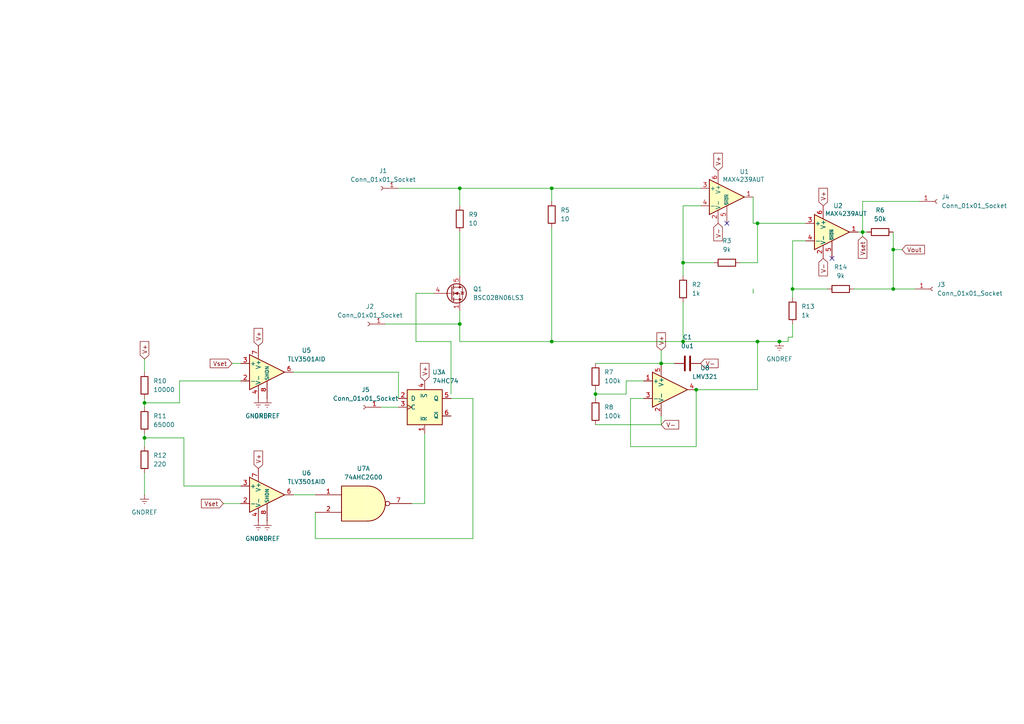
<source format=kicad_sch>
(kicad_sch (version 20231120) (generator "eeschema") (generator_version "8.0")
  (paper "A4")
  (lib_symbols
    (symbol "74xGxx:74AHC2G00"
      (property "Reference" "U" (at -2.54 3.81 0))
      (property "Value" "74AHC2G00" (at 0 -3.81 0))
      (symbol "74AHC2G00_1_1"
        (arc (start 0 -5.08) (mid 5.0579 0) (end 0 5.08) (stroke (width 0.254)) (fill (type background)))
        (polyline (pts (xy 0 -5.08) (xy -7.62 -5.08) (xy -7.62 5.08) (xy 0 5.08)) (stroke (width 0.254)) (fill (type background)))
        (pin input line (at -15.24 2.54 0) (length 7.62) (name "~") (number "1"))
        (pin input line (at -15.24 -2.54 0) (length 7.62) (name "~") (number "2"))
        (pin output inverted (at 12.7 0 180) (length 7.62) (name "~") (number "7"))
      )
      (symbol "74AHC2G00_2_1"
        (arc (start 0 -5.08) (mid 5.0579 0) (end 0 5.08) (stroke (width 0.254)) (fill (type background)))
        (polyline (pts (xy 0 -5.08) (xy -7.62 -5.08) (xy -7.62 5.08) (xy 0 5.08)) (stroke (width 0.254)) (fill (type background)))
        (pin output inverted (at 12.7 0 180) (length 7.62) (name "~") (number "3"))
        (pin input line (at -15.24 2.54 0) (length 7.62) (name "~") (number "5"))
        (pin input line (at -15.24 -2.54 0) (length 7.62) (name "~") (number "6"))
      )
      (symbol "74AHC2G00_3_0"
        (rectangle (start -5.08 -5.08) (end 5.08 5.08) (stroke (width 0.254)) (fill (type background)))
      )
      (symbol "74AHC2G00_3_1"
        (pin power_in line (at 0 -10.16 90) (length 5.08) (name "GND") (number "4"))
        (pin power_in line (at 0 10.16 270) (length 5.08) (name "VCC") (number "8"))
      )
    )
    (symbol "74xx:74HC74" (pin_names (offset 1.016))
      (property "Reference" "U" (at -7.62 8.89 0))
      (property "Value" "74HC74" (at -7.62 -8.89 0))
      (symbol "74HC74_1_0"
        (pin input line (at 0 -7.62 90) (length 2.54) (name "~{R}") (number "1"))
        (pin input line (at -7.62 2.54 0) (length 2.54) (name "D") (number "2"))
        (pin input clock (at -7.62 0 0) (length 2.54) (name "C") (number "3"))
        (pin input line (at 0 7.62 270) (length 2.54) (name "~{S}") (number "4"))
        (pin output line (at 7.62 2.54 180) (length 2.54) (name "Q") (number "5"))
        (pin output line (at 7.62 -2.54 180) (length 2.54) (name "~{Q}") (number "6"))
      )
      (symbol "74HC74_1_1"
        (rectangle (start -5.08 5.08) (end 5.08 -5.08) (stroke (width 0.254)) (fill (type background)))
      )
      (symbol "74HC74_2_0"
        (pin input line (at 0 7.62 270) (length 2.54) (name "~{S}") (number "10"))
        (pin input clock (at -7.62 0 0) (length 2.54) (name "C") (number "11"))
        (pin input line (at -7.62 2.54 0) (length 2.54) (name "D") (number "12"))
        (pin input line (at 0 -7.62 90) (length 2.54) (name "~{R}") (number "13"))
        (pin output line (at 7.62 -2.54 180) (length 2.54) (name "~{Q}") (number "8"))
        (pin output line (at 7.62 2.54 180) (length 2.54) (name "Q") (number "9"))
      )
      (symbol "74HC74_2_1"
        (rectangle (start -5.08 5.08) (end 5.08 -5.08) (stroke (width 0.254)) (fill (type background)))
      )
      (symbol "74HC74_3_0"
        (pin power_in line (at 0 10.16 270) (length 2.54) (name "VCC") (number "14"))
        (pin power_in line (at 0 -10.16 90) (length 2.54) (name "GND") (number "7"))
      )
      (symbol "74HC74_3_1"
        (rectangle (start -5.08 7.62) (end 5.08 -7.62) (stroke (width 0.254)) (fill (type background)))
      )
    )
    (symbol "Amplifier_Operational:LMV321" (pin_names (offset 0.127))
      (property "Reference" "U" (at 0 5.08 0))
      (property "Value" "LMV321" (at 0 -5.08 0))
      (symbol "LMV321_0_1"
        (polyline (pts (xy -5.08 5.08) (xy 5.08 0) (xy -5.08 -5.08) (xy -5.08 5.08)) (stroke (width 0.254)) (fill (type background)))
        (pin power_in line (at -2.54 -7.62 90) (length 3.81) (name "V-") (number "2"))
        (pin power_in line (at -2.54 7.62 270) (length 3.81) (name "V+") (number "5"))
      )
      (symbol "LMV321_1_1"
        (pin input line (at -7.62 2.54 0) (length 2.54) (name "+") (number "1"))
        (pin input line (at -7.62 -2.54 0) (length 2.54) (name "-") (number "3"))
        (pin output line (at 7.62 0 180) (length 2.54) (name "~") (number "4"))
      )
    )
    (symbol "Amplifier_Operational:MAX4239AUT" (pin_names (offset 0.127))
      (property "Reference" "U" (at 0 6.35 0))
      (property "Value" "MAX4239AUT" (at 0 3.81 0))
      (symbol "MAX4239AUT_0_1"
        (polyline (pts (xy -5.08 5.08) (xy 5.08 0) (xy -5.08 -5.08) (xy -5.08 5.08)) (stroke (width 0.254)) (fill (type background)))
      )
      (symbol "MAX4239AUT_1_1"
        (pin output line (at 7.62 0 180) (length 2.54) (name "~") (number "1"))
        (pin power_in line (at -2.54 -7.62 90) (length 3.81) (name "V-") (number "2"))
        (pin input line (at -7.62 2.54 0) (length 2.54) (name "+") (number "3"))
        (pin input line (at -7.62 -2.54 0) (length 2.54) (name "-") (number "4"))
        (pin input line (at 0 -7.62 90) (length 5.08) (name "~{SHDN}") (number "5"))
        (pin power_in line (at -2.54 7.62 270) (length 3.81) (name "V+") (number "6"))
      )
    )
    (symbol "Comparator:TLV3501AID" (pin_names (offset 0.127))
      (property "Reference" "U" (at 3.81 -5.08 0))
      (property "Value" "TLV3501AID" (at 3.81 -7.62 0))
      (symbol "TLV3501AID_1_1"
        (polyline (pts (xy -5.08 5.08) (xy 5.08 0) (xy -5.08 -5.08) (xy -5.08 5.08)) (stroke (width 0.254)) (fill (type background)))
        (pin no_connect line (at -5.08 5.08 180) (length 0) hide (name "NC") (number "1"))
        (pin input line (at -7.62 -2.54 0) (length 2.54) (name "-") (number "2"))
        (pin input line (at -7.62 2.54 0) (length 2.54) (name "+") (number "3"))
        (pin power_in line (at -2.54 -7.62 90) (length 3.81) (name "V-") (number "4"))
        (pin no_connect line (at -5.08 -5.08 180) (length 0) hide (name "NC") (number "5"))
        (pin output line (at 7.62 0 180) (length 2.54) (name "~") (number "6"))
        (pin power_in line (at -2.54 7.62 270) (length 3.81) (name "V+") (number "7"))
        (pin input line (at 0 -7.62 90) (length 5.08) (name "SHDN") (number "8"))
      )
    )
    (symbol "Connector:Conn_01x01_Socket" (pin_names (offset 1.016) hide)
      (property "Reference" "J" (at 0 2.54 0))
      (property "Value" "Conn_01x01_Socket" (at 0 -2.54 0))
      (symbol "Conn_01x01_Socket_1_1"
        (polyline (pts (xy -1.27 0) (xy -0.508 0)) (stroke (width 0.1524)))
        (arc (start 0 0.508) (mid -0.5058 0) (end 0 -0.508) (stroke (width 0.1524)))
        (pin passive line (at -5.08 0 0) (length 3.81) (name "Pin_1") (number "1"))
      )
    )
    (symbol "Device:C" (pin_numbers hide) (pin_names (offset 0.254))
      (property "Reference" "C" (at 0.635 2.54 0))
      (property "Value" "C" (at 0.635 -2.54 0))
      (symbol "C_0_1"
        (polyline (pts (xy -2.032 -0.762) (xy 2.032 -0.762)) (stroke (width 0.508)))
        (polyline (pts (xy -2.032 0.762) (xy 2.032 0.762)) (stroke (width 0.508)))
      )
      (symbol "C_1_1"
        (pin passive line (at 0 3.81 270) (length 2.794) (name "~") (number "1"))
        (pin passive line (at 0 -3.81 90) (length 2.794) (name "~") (number "2"))
      )
    )
    (symbol "Device:R" (pin_numbers hide) (pin_names (offset 0))
      (property "Reference" "R" (at 2.032 0 90))
      (property "Value" "R" (at 0 0 90))
      (symbol "R_0_1"
        (rectangle (start -1.016 -2.54) (end 1.016 2.54) (stroke (width 0.254)))
      )
      (symbol "R_1_1"
        (pin passive line (at 0 3.81 270) (length 1.27) (name "~") (number "1"))
        (pin passive line (at 0 -3.81 90) (length 1.27) (name "~") (number "2"))
      )
    )
    (symbol "Transistor_FET:BSC028N06LS3" (pin_names hide)
      (property "Reference" "Q" (at 5.08 1.905 0))
      (property "Value" "BSC028N06LS3" (at 5.08 0 0))
      (symbol "BSC028N06LS3_0_1"
        (polyline (pts (xy 0.254 0) (xy -2.54 0)))
        (polyline (pts (xy 0.254 1.905) (xy 0.254 -1.905)) (stroke (width 0.254)))
        (polyline (pts (xy 0.762 -1.27) (xy 0.762 -2.286)) (stroke (width 0.254)))
        (polyline (pts (xy 0.762 0.508) (xy 0.762 -0.508)) (stroke (width 0.254)))
        (polyline (pts (xy 0.762 2.286) (xy 0.762 1.27)) (stroke (width 0.254)))
        (polyline (pts (xy 2.54 2.54) (xy 2.54 1.778)))
        (polyline (pts (xy 2.54 -2.54) (xy 2.54 0) (xy 0.762 0)))
        (polyline (pts (xy 0.762 -1.778) (xy 3.302 -1.778) (xy 3.302 1.778) (xy 0.762 1.778)))
        (polyline (pts (xy 1.016 0) (xy 2.032 0.381) (xy 2.032 -0.381) (xy 1.016 0)) (fill (type outline)))
        (polyline (pts (xy 2.794 0.508) (xy 2.921 0.381) (xy 3.683 0.381) (xy 3.81 0.254)))
        (polyline (pts (xy 3.302 0.381) (xy 2.921 -0.254) (xy 3.683 -0.254) (xy 3.302 0.381)))
        (circle (center 1.651 0) (radius 2.794) (stroke (width 0.254)))
        (circle (center 2.54 -1.778) (radius 0.254) (fill (type outline)))
        (circle (center 2.54 1.778) (radius 0.254) (fill (type outline)))
      )
      (symbol "BSC028N06LS3_1_1"
        (pin passive line (at 2.54 -5.08 90) (length 2.54) (name "S") (number "1"))
        (pin passive line (at 2.54 -5.08 90) (length 2.54) hide (name "S") (number "2"))
        (pin passive line (at 2.54 -5.08 90) (length 2.54) hide (name "S") (number "3"))
        (pin passive line (at -5.08 0 0) (length 2.54) (name "G") (number "4"))
        (pin passive line (at 2.54 5.08 270) (length 2.54) (name "D") (number "5"))
      )
    )
    (symbol "power:GNDREF" (power) (pin_numbers hide) (pin_names (offset 0) hide)
      (property "Value" "GNDREF" (at 0 -3.81 0))
      (symbol "GNDREF_0_1"
        (polyline (pts (xy -0.635 -1.905) (xy 0.635 -1.905)))
        (polyline (pts (xy -0.127 -2.54) (xy 0.127 -2.54)))
        (polyline (pts (xy 0 -1.27) (xy 0 0)))
        (polyline (pts (xy 1.27 -1.27) (xy -1.27 -1.27)))
      )
      (symbol "GNDREF_1_1"
        (pin power_in line (at 0 0 270) (length 0) (name "~") (number "1"))
      )
    )
  )
  (junction (at 219.71 99.06))
  (junction (at 229.87 83.82))
  (junction (at 226.06 99.06))
  (junction (at 198.12 99.06))
  (junction (at 133.35 93.98))
  (junction (at 219.71 64.77))
  (junction (at 259.08 83.82))
  (junction (at 250.19 67.31))
  (junction (at 172.72 114.3))
  (junction (at 160.02 99.06))
  (junction (at 133.35 54.61))
  (junction (at 41.91 116.84))
  (junction (at 198.12 76.2))
  (junction (at 41.91 127))
  (junction (at 191.77 105.41))
  (junction (at 259.08 72.39))
  (junction (at 201.93 113.03))
  (junction (at 160.02 54.61))
  (no_connect (at 210.82 64.77))
  (no_connect (at 241.3 74.93))
  (wire (pts (xy 191.77 101.6) (xy 191.77 105.41)))
  (wire (pts (xy 250.19 67.31) (xy 250.19 58.42)))
  (wire (pts (xy 160.02 54.61) (xy 160.02 58.42)))
  (wire (pts (xy 133.35 59.69) (xy 133.35 54.61)))
  (wire (pts (xy 191.77 105.41) (xy 195.58 105.41)))
  (wire (pts (xy 53.34 140.97) (xy 69.85 140.97)))
  (wire (pts (xy 133.35 99.06) (xy 160.02 99.06)))
  (wire (pts (xy 133.35 54.61) (xy 160.02 54.61)))
  (wire (pts (xy 41.91 127) (xy 53.34 127)))
  (wire (pts (xy 233.68 69.85) (xy 229.87 69.85)))
  (wire (pts (xy 172.72 113.03) (xy 172.72 114.3)))
  (wire (pts (xy 214.63 76.2) (xy 219.71 76.2)))
  (wire (pts (xy 52.07 110.49) (xy 52.07 116.84)))
  (wire (pts (xy 182.88 129.54) (xy 201.93 129.54)))
  (wire (pts (xy 219.71 64.77) (xy 219.71 76.2)))
  (wire (pts (xy 228.6 99.06) (xy 226.06 99.06)))
  (wire (pts (xy 91.44 148.59) (xy 91.44 156.21)))
  (wire (pts (xy 123.19 146.05) (xy 119.38 146.05)))
  (wire (pts (xy 91.44 156.21) (xy 137.16 156.21)))
  (wire (pts (xy 247.65 83.82) (xy 259.08 83.82)))
  (wire (pts (xy 198.12 59.69) (xy 198.12 76.2)))
  (wire (pts (xy 137.16 156.21) (xy 137.16 115.57)))
  (wire (pts (xy 160.02 99.06) (xy 198.12 99.06)))
  (wire (pts (xy 52.07 116.84) (xy 41.91 116.84)))
  (wire (pts (xy 191.77 120.65) (xy 191.77 123.19)))
  (wire (pts (xy 115.57 107.95) (xy 115.57 115.57)))
  (wire (pts (xy 111.76 93.98) (xy 133.35 93.98)))
  (wire (pts (xy 120.65 85.09) (xy 125.73 85.09)))
  (wire (pts (xy 41.91 127) (xy 41.91 129.54)))
  (wire (pts (xy 181.61 110.49) (xy 181.61 114.3)))
  (wire (pts (xy 250.19 67.31) (xy 251.46 67.31)))
  (wire (pts (xy 229.87 83.82) (xy 240.03 83.82)))
  (wire (pts (xy 130.81 99.06) (xy 120.65 99.06)))
  (wire (pts (xy 226.06 99.06) (xy 219.71 99.06)))
  (wire (pts (xy 203.2 59.69) (xy 198.12 59.69)))
  (wire (pts (xy 203.2 54.61) (xy 160.02 54.61)))
  (wire (pts (xy 229.87 97.79) (xy 229.87 93.98)))
  (wire (pts (xy 218.44 64.77) (xy 219.71 64.77)))
  (wire (pts (xy 198.12 76.2) (xy 198.12 80.01)))
  (wire (pts (xy 172.72 105.41) (xy 191.77 105.41)))
  (wire (pts (xy 130.81 115.57) (xy 137.16 115.57)))
  (wire (pts (xy 250.19 58.42) (xy 266.7 58.42)))
  (wire (pts (xy 172.72 114.3) (xy 172.72 115.57)))
  (wire (pts (xy 53.34 127) (xy 53.34 140.97)))
  (wire (pts (xy 181.61 114.3) (xy 172.72 114.3)))
  (wire (pts (xy 186.69 110.49) (xy 181.61 110.49)))
  (wire (pts (xy 228.6 97.79) (xy 229.87 97.79)))
  (wire (pts (xy 130.81 114.3) (xy 130.81 99.06)))
  (wire (pts (xy 259.08 72.39) (xy 259.08 83.82)))
  (wire (pts (xy 191.77 123.19) (xy 172.72 123.19)))
  (wire (pts (xy 160.02 66.04) (xy 160.02 99.06)))
  (wire (pts (xy 133.35 67.31) (xy 133.35 80.01)))
  (wire (pts (xy 69.85 110.49) (xy 52.07 110.49)))
  (wire (pts (xy 182.88 115.57) (xy 182.88 129.54)))
  (wire (pts (xy 248.92 67.31) (xy 250.19 67.31)))
  (wire (pts (xy 198.12 99.06) (xy 219.71 99.06)))
  (wire (pts (xy 229.87 69.85) (xy 229.87 83.82)))
  (wire (pts (xy 67.31 105.41) (xy 69.85 105.41)))
  (wire (pts (xy 41.91 104.14) (xy 41.91 107.95)))
  (wire (pts (xy 219.71 64.77) (xy 233.68 64.77)))
  (wire (pts (xy 85.09 107.95) (xy 115.57 107.95)))
  (wire (pts (xy 261.62 72.39) (xy 259.08 72.39)))
  (wire (pts (xy 229.87 83.82) (xy 229.87 86.36)))
  (wire (pts (xy 228.6 97.79) (xy 228.6 99.06)))
  (wire (pts (xy 198.12 76.2) (xy 207.01 76.2)))
  (wire (pts (xy 201.93 113.03) (xy 219.71 113.03)))
  (wire (pts (xy 259.08 83.82) (xy 265.43 83.82)))
  (wire (pts (xy 41.91 116.84) (xy 41.91 118.11)))
  (wire (pts (xy 259.08 67.31) (xy 259.08 72.39)))
  (wire (pts (xy 219.71 113.03) (xy 219.71 99.06)))
  (wire (pts (xy 250.19 68.58) (xy 250.19 67.31)))
  (wire (pts (xy 41.91 137.16) (xy 41.91 143.51)))
  (wire (pts (xy 120.65 99.06) (xy 120.65 85.09)))
  (wire (pts (xy 85.09 143.51) (xy 91.44 143.51)))
  (wire (pts (xy 41.91 125.73) (xy 41.91 127)))
  (wire (pts (xy 64.77 146.05) (xy 69.85 146.05)))
  (wire (pts (xy 218.44 83.82) (xy 218.44 85.09)))
  (wire (pts (xy 41.91 115.57) (xy 41.91 116.84)))
  (wire (pts (xy 218.44 57.15) (xy 218.44 64.77)))
  (wire (pts (xy 133.35 90.17) (xy 133.35 93.98)))
  (wire (pts (xy 133.35 93.98) (xy 133.35 99.06)))
  (wire (pts (xy 110.49 118.11) (xy 115.57 118.11)))
  (wire (pts (xy 186.69 115.57) (xy 182.88 115.57)))
  (wire (pts (xy 201.93 129.54) (xy 201.93 113.03)))
  (wire (pts (xy 115.57 54.61) (xy 133.35 54.61)))
  (wire (pts (xy 198.12 87.63) (xy 198.12 99.06)))
  (wire (pts (xy 123.19 125.73) (xy 123.19 146.05)))
  (global_label "V+" (shape input) (at 74.93 135.89 90) (property "Intersheetrefs" "${INTERSHEET_REFS}" (effects (hide yes))))
  (global_label "V+" (shape input) (at 74.93 100.33 90) (property "Intersheetrefs" "${INTERSHEET_REFS}" (effects (hide yes))))
  (global_label "V-" (shape input) (at 208.28 64.77 270) (property "Intersheetrefs" "${INTERSHEET_REFS}" (effects (hide yes))))
  (global_label "Vout" (shape input) (at 261.62 72.39 0) (property "Intersheetrefs" "${INTERSHEET_REFS}" (effects (hide yes))))
  (global_label "V+" (shape input) (at 191.77 101.6 90) (property "Intersheetrefs" "${INTERSHEET_REFS}" (effects (hide yes))))
  (global_label "Vset" (shape input) (at 64.77 146.05 180) (property "Intersheetrefs" "${INTERSHEET_REFS}" (effects (hide yes))))
  (global_label "V-" (shape input) (at 238.76 74.93 270) (property "Intersheetrefs" "${INTERSHEET_REFS}" (effects (hide yes))))
  (global_label "V+" (shape input) (at 238.76 59.69 90) (property "Intersheetrefs" "${INTERSHEET_REFS}" (effects (hide yes))))
  (global_label "V+" (shape input) (at 123.19 110.49 90) (property "Intersheetrefs" "${INTERSHEET_REFS}" (effects (hide yes))))
  (global_label "Vset" (shape input) (at 67.31 105.41 180) (property "Intersheetrefs" "${INTERSHEET_REFS}" (effects (hide yes))))
  (global_label "Vset" (shape input) (at 250.19 68.58 270) (property "Intersheetrefs" "${INTERSHEET_REFS}" (effects (hide yes))))
  (global_label "V-" (shape input) (at 191.77 123.19 0) (property "Intersheetrefs" "${INTERSHEET_REFS}" (effects (hide yes))))
  (global_label "V+" (shape input) (at 41.91 104.14 90) (property "Intersheetrefs" "${INTERSHEET_REFS}" (effects (hide yes))))
  (global_label "V+" (shape input) (at 208.28 49.53 90) (property "Intersheetrefs" "${INTERSHEET_REFS}" (effects (hide yes))))
  (global_label "V-" (shape input) (at 203.2 105.41 0) (property "Intersheetrefs" "${INTERSHEET_REFS}" (effects (hide yes))))
  (symbol (lib_id "power:GNDREF") (at 77.47 115.57 0) (unit 1)
    (property "Reference" "#PWR03" (effects (hide yes)))
    (property "Value" "GNDREF" (at 77.47 120.65 0))
    (property "Description" "Power symbol creates a global label with name \"GNDREF\" , reference supply ground" (effects (hide yes)))
  )
  (symbol (lib_id "Device:R") (at 210.82 76.2 90) (unit 1)
    (property "Reference" "R3" (at 210.82 69.85 90))
    (property "Value" "9k" (at 210.82 72.39 90))
    (property "Footprint" "Resistor_THT:R_Axial_DIN0414_L11.9mm_D4.5mm_P25.40mm_Horizontal" (effects (hide yes)))
    (property "Description" "Resistor" (effects (hide yes)))
  )
  (symbol (lib_id "Amplifier_Operational:LMV321") (at 194.31 113.03 0) (unit 1)
    (property "Reference" "U8" (at 204.47 106.7114 0))
    (property "Value" "LMV321" (at 204.47 109.2514 0))
    (property "Footprint" "Package_TO_SOT_SMD:SOT-23-5" (effects (hide yes)))
    (property "Datasheet" "http://www.ti.com/lit/ds/symlink/lmv324.pdf" (effects (hide yes)))
    (property "Description" "Low-Voltage Rail-to-Rail Output Operational Amplifiers, SOT-23-5/SC-70-5" (effects (hide yes)))
  )
  (symbol (lib_id "Device:R") (at 41.91 133.35 0) (unit 1)
    (property "Reference" "R12" (at 44.45 132.0799 0) (effects (justify left)))
    (property "Value" "220" (at 44.45 134.6199 0) (effects (justify left)))
    (property "Footprint" "Resistor_THT:R_Axial_DIN0414_L11.9mm_D4.5mm_P25.40mm_Horizontal" (effects (hide yes)))
    (property "Description" "Resistor" (effects (hide yes)))
  )
  (symbol (lib_id "Transistor_FET:BSC028N06LS3") (at 130.81 85.09 0) (unit 1)
    (property "Reference" "Q1" (at 137.16 83.8199 0) (effects (justify left)))
    (property "Value" "BSC028N06LS3" (at 137.16 86.3599 0) (effects (justify left)))
    (property "Footprint" "Package_TO_SOT_SMD:TDSON-8-1" (effects (hide yes)))
    (property "Datasheet" "http://www.infineon.com/dgdl/Infineon-BSC028N06LS3-DS-v02_02-en.pdf?fileId=db3a30431ddc9372011ebafa4c607f8c" (effects (hide yes)))
    (property "Description" "100A Id, 60V Vds, OptiMOS N-Channel Power MOSFET, 2.8mOhm Ron, Qg (typ) 31.0nC, PG-TDSON-8" (effects (hide yes)))
  )
  (symbol (lib_id "power:GNDREF") (at 74.93 115.57 0) (unit 1)
    (property "Reference" "#PWR01" (effects (hide yes)))
    (property "Value" "GNDREF" (at 74.93 120.65 0))
    (property "Description" "Power symbol creates a global label with name \"GNDREF\" , reference supply ground" (effects (hide yes)))
  )
  (symbol (lib_id "Comparator:TLV3501AID") (at 77.47 107.95 0) (unit 1)
    (property "Reference" "U5" (at 88.9 101.6314 0))
    (property "Value" "TLV3501AID" (at 88.9 104.1714 0))
    (property "Footprint" "Package_SO:SOIC-8_3.9x4.9mm_P1.27mm" (effects (hide yes)))
    (property "Datasheet" "https://www.ti.com/lit/ds/symlink/tlv3501.pdf" (effects (hide yes)))
    (property "Description" "High-Speed Comparator, 4.5-ns, Rail-to-Rail, Push-Pull CMOS Output, SOIC-8" (effects (hide yes)))
  )
  (symbol (lib_id "74xGxx:74AHC2G00") (at 106.68 146.05 0) (unit 1)
    (property "Reference" "U7" (at 105.3989 135.89 0))
    (property "Value" "74AHC2G00" (at 105.3989 138.43 0))
    (property "Footprint" "Package_SO:SSOP-8_2.95x2.8mm_P0.65mm" (effects (hide yes)))
    (property "Datasheet" "https://assets.nexperia.com/documents/data-sheet/74AHC_AHCT2G00.pdf" (effects (hide yes)))
    (property "Description" "Dual NAND Gate, High-speed Si-gate CMOS" (effects (hide yes)))
  )
  (symbol (lib_id "Device:R") (at 41.91 111.76 0) (unit 1)
    (property "Reference" "R10" (at 44.45 110.4899 0) (effects (justify left)))
    (property "Value" "10000" (at 44.45 113.0299 0) (effects (justify left)))
    (property "Footprint" "Resistor_THT:R_Axial_DIN0414_L11.9mm_D4.5mm_P25.40mm_Horizontal" (effects (hide yes)))
    (property "Description" "Resistor" (effects (hide yes)))
  )
  (symbol (lib_id "Device:R") (at 172.72 109.22 180) (unit 1)
    (property "Reference" "R7" (at 175.26 107.9499 0) (effects (justify right)))
    (property "Value" "100k" (at 175.26 110.4899 0) (effects (justify right)))
    (property "Footprint" "Resistor_THT:R_Axial_DIN0414_L11.9mm_D4.5mm_P25.40mm_Horizontal" (effects (hide yes)))
    (property "Description" "Resistor" (effects (hide yes)))
  )
  (symbol (lib_id "Amplifier_Operational:MAX4239AUT") (at 241.3 67.31 0) (unit 1)
    (property "Reference" "U2" (at 243.078 59.69 0))
    (property "Value" "MAX4239AUT" (at 245.364 61.976 0))
    (property "Footprint" "Package_TO_SOT_SMD:SOT-23-6" (effects (hide yes)))
    (property "Datasheet" "http://datasheets.maximintegrated.com/en/ds/MAX4238-MAX4239.pdf" (effects (hide yes)))
    (property "Description" "Ultra-Low Offset/Drift, Low-Noise, Precision Amplifiers, SOT-23-6" (effects (hide yes)))
    (property "Sim.Device" "SUBCKT" (effects (hide yes)))
    (property "Sim.Library" "C:\\Users\\Dortiso\\Downloads\\Uis\\Materias\\Diseño\\Proyecto\\max4239.lib" (effects (hide yes)))
    (property "Sim.Name" "MAX4239" (effects (hide yes)))
    (property "Sim.Pins" "1=1 2=2 3=3 4=4 5=5 6=6" (effects (hide yes)))
  )
  (symbol (lib_id "power:GNDREF") (at 74.93 151.13 0) (unit 1)
    (property "Reference" "#PWR04" (effects (hide yes)))
    (property "Value" "GNDREF" (at 74.93 156.21 0))
    (property "Description" "Power symbol creates a global label with name \"GNDREF\" , reference supply ground" (effects (hide yes)))
  )
  (symbol (lib_id "Connector:Conn_01x01_Socket") (at 271.78 58.42 0) (unit 1)
    (property "Reference" "J4" (at 273.05 57.1499 0) (effects (justify left)))
    (property "Value" "Conn_01x01_Socket" (at 273.05 59.6899 0) (effects (justify left)))
    (property "Footprint" "Connector_Wire:SolderWire-1.5sqmm_1x01_D1.7mm_OD3mm" (effects (hide yes)))
    (property "Description" "Generic connector, single row, 01x01, script generated" (effects (hide yes)))
  )
  (symbol (lib_id "Device:R") (at 255.27 67.31 90) (unit 1)
    (property "Reference" "R6" (at 255.27 60.96 90))
    (property "Value" "50k" (at 255.27 63.5 90))
    (property "Footprint" "Resistor_THT:R_Axial_DIN0414_L11.9mm_D4.5mm_P25.40mm_Horizontal" (effects (hide yes)))
    (property "Description" "Resistor" (effects (hide yes)))
  )
  (symbol (lib_id "Device:R") (at 133.35 63.5 0) (unit 1)
    (property "Reference" "R9" (at 135.89 62.2299 0) (effects (justify left)))
    (property "Value" "10" (at 135.89 64.7699 0) (effects (justify left)))
    (property "Footprint" "Resistor_THT:R_Axial_DIN0414_L11.9mm_D4.5mm_P25.40mm_Horizontal" (effects (hide yes)))
    (property "Description" "Resistor" (effects (hide yes)))
  )
  (symbol (lib_id "Device:R") (at 41.91 121.92 0) (unit 1)
    (property "Reference" "R11" (at 44.45 120.6499 0) (effects (justify left)))
    (property "Value" "65000" (at 44.45 123.1899 0) (effects (justify left)))
    (property "Footprint" "Resistor_THT:R_Axial_DIN0414_L11.9mm_D4.5mm_P25.40mm_Horizontal" (effects (hide yes)))
    (property "Description" "Resistor" (effects (hide yes)))
  )
  (symbol (lib_id "Device:R") (at 160.02 62.23 0) (unit 1)
    (property "Reference" "R5" (at 162.56 60.9599 0) (effects (justify left)))
    (property "Value" "10" (at 162.56 63.4999 0) (effects (justify left)))
    (property "Footprint" "Resistor_THT:R_Axial_DIN0414_L11.9mm_D4.5mm_P25.40mm_Horizontal" (effects (hide yes)))
    (property "Description" "Resistor" (effects (hide yes)))
  )
  (symbol (lib_id "Connector:Conn_01x01_Socket") (at 105.41 118.11 180) (unit 1)
    (property "Reference" "J5" (at 106.045 113.03 0))
    (property "Value" "Conn_01x01_Socket" (at 106.045 115.57 0))
    (property "Footprint" "Connector_Wire:SolderWire-1.5sqmm_1x01_D1.7mm_OD3mm" (effects (hide yes)))
    (property "Description" "Generic connector, single row, 01x01, script generated" (effects (hide yes)))
  )
  (symbol (lib_id "power:GNDREF") (at 41.91 143.51 0) (unit 1)
    (property "Reference" "#PWR06" (effects (hide yes)))
    (property "Value" "GNDREF" (at 41.91 148.59 0))
    (property "Description" "Power symbol creates a global label with name \"GNDREF\" , reference supply ground" (effects (hide yes)))
  )
  (symbol (lib_id "Device:C") (at 199.39 105.41 90) (unit 1)
    (property "Reference" "C1" (at 199.39 97.79 90))
    (property "Value" "0u1" (at 199.39 100.33 90))
    (property "Footprint" "Capacitor_SMD:CP_Elec_3x5.3" (effects (hide yes)))
    (property "Description" "Unpolarized capacitor" (effects (hide yes)))
  )
  (symbol (lib_id "Connector:Conn_01x01_Socket") (at 270.51 83.82 0) (unit 1)
    (property "Reference" "J3" (at 271.78 82.5499 0) (effects (justify left)))
    (property "Value" "Conn_01x01_Socket" (at 271.78 85.0899 0) (effects (justify left)))
    (property "Footprint" "Connector_Wire:SolderWire-1.5sqmm_1x01_D1.7mm_OD3mm" (effects (hide yes)))
    (property "Description" "Generic connector, single row, 01x01, script generated" (effects (hide yes)))
  )
  (symbol (lib_id "Device:R") (at 198.12 83.82 180) (unit 1)
    (property "Reference" "R2" (at 200.66 82.5499 0) (effects (justify right)))
    (property "Value" "1k" (at 200.66 85.0899 0) (effects (justify right)))
    (property "Footprint" "Resistor_THT:R_Axial_DIN0414_L11.9mm_D4.5mm_P25.40mm_Horizontal" (effects (hide yes)))
    (property "Description" "Resistor" (effects (hide yes)))
  )
  (symbol (lib_id "Amplifier_Operational:MAX4239AUT") (at 210.82 57.15 0) (unit 1)
    (property "Reference" "U1" (at 215.9 49.784 0))
    (property "Value" "MAX4239AUT" (at 215.646 52.07 0))
    (property "Footprint" "Package_TO_SOT_SMD:SOT-23-6" (effects (hide yes)))
    (property "Datasheet" "http://datasheets.maximintegrated.com/en/ds/MAX4238-MAX4239.pdf" (effects (hide yes)))
    (property "Description" "Ultra-Low Offset/Drift, Low-Noise, Precision Amplifiers, SOT-23-6" (effects (hide yes)))
    (property "Sim.Device" "SUBCKT" (effects (hide yes)))
    (property "Sim.Library" "C:\\Users\\Dortiso\\Downloads\\Uis\\Materias\\Diseño\\Proyecto\\max4239.lib" (effects (hide yes)))
    (property "Sim.Name" "MAX4239" (effects (hide yes)))
    (property "Sim.Pins" "1=1 2=2 3=3 4=4 5=5 6=6" (effects (hide yes)))
  )
  (symbol (lib_id "Connector:Conn_01x01_Socket") (at 106.68 93.98 180) (unit 1)
    (property "Reference" "J2" (at 107.315 88.9 0))
    (property "Value" "Conn_01x01_Socket" (at 107.315 91.44 0))
    (property "Footprint" "Connector_Wire:SolderWire-1.5sqmm_1x01_D1.7mm_OD3mm" (effects (hide yes)))
    (property "Description" "Generic connector, single row, 01x01, script generated" (effects (hide yes)))
  )
  (symbol (lib_id "74xx:74HC74") (at 123.19 118.11 0) (unit 1)
    (property "Reference" "U3" (at 125.3841 107.95 0) (effects (justify left)))
    (property "Value" "74HC74" (at 125.3841 110.49 0) (effects (justify left)))
    (property "Footprint" "Package_DIP:DIP-14_W7.62mm" (effects (hide yes)))
    (property "Datasheet" "74xx/74hc_hct74.pdf" (effects (hide yes)))
    (property "Description" "Dual D Flip-flop, Set & Reset" (effects (hide yes)))
  )
  (symbol (lib_id "power:GNDREF") (at 77.47 151.13 0) (unit 1)
    (property "Reference" "#PWR05" (effects (hide yes)))
    (property "Value" "GNDREF" (at 77.47 156.21 0))
    (property "Description" "Power symbol creates a global label with name \"GNDREF\" , reference supply ground" (effects (hide yes)))
  )
  (symbol (lib_id "Comparator:TLV3501AID") (at 77.47 143.51 0) (unit 1)
    (property "Reference" "U6" (at 88.9 137.1914 0))
    (property "Value" "TLV3501AID" (at 88.9 139.7314 0))
    (property "Footprint" "Package_SO:SOIC-8_3.9x4.9mm_P1.27mm" (effects (hide yes)))
    (property "Datasheet" "https://www.ti.com/lit/ds/symlink/tlv3501.pdf" (effects (hide yes)))
    (property "Description" "High-Speed Comparator, 4.5-ns, Rail-to-Rail, Push-Pull CMOS Output, SOIC-8" (effects (hide yes)))
  )
  (symbol (lib_id "Device:R") (at 172.72 119.38 180) (unit 1)
    (property "Reference" "R8" (at 175.26 118.1099 0) (effects (justify right)))
    (property "Value" "100k" (at 175.26 120.6499 0) (effects (justify right)))
    (property "Footprint" "Resistor_THT:R_Axial_DIN0414_L11.9mm_D4.5mm_P25.40mm_Horizontal" (effects (hide yes)))
    (property "Description" "Resistor" (effects (hide yes)))
  )
  (symbol (lib_id "Device:R") (at 229.87 90.17 0) (unit 1)
    (property "Reference" "R13" (at 232.41 88.8999 0) (effects (justify left)))
    (property "Value" "1k" (at 232.41 91.4399 0) (effects (justify left)))
    (property "Footprint" "Resistor_THT:R_Axial_DIN0414_L11.9mm_D4.5mm_P25.40mm_Horizontal" (effects (hide yes)))
    (property "Description" "Resistor" (effects (hide yes)))
  )
  (symbol (lib_id "power:GNDREF") (at 226.06 99.06 0) (unit 1)
    (property "Reference" "#PWR02" (effects (hide yes)))
    (property "Value" "GNDREF" (at 226.06 104.14 0))
    (property "Description" "Power symbol creates a global label with name \"GNDREF\" , reference supply ground" (effects (hide yes)))
  )
  (symbol (lib_id "Connector:Conn_01x01_Socket") (at 110.49 54.61 180) (unit 1)
    (property "Reference" "J1" (at 111.125 49.53 0))
    (property "Value" "Conn_01x01_Socket" (at 111.125 52.07 0))
    (property "Footprint" "Connector_Wire:SolderWire-1.5sqmm_1x01_D1.7mm_OD3mm" (effects (hide yes)))
    (property "Description" "Generic connector, single row, 01x01, script generated" (effects (hide yes)))
  )
  (symbol (lib_id "Device:R") (at 243.84 83.82 90) (unit 1)
    (property "Reference" "R14" (at 243.84 77.47 90))
    (property "Value" "9k" (at 243.84 80.01 90))
    (property "Footprint" "Resistor_THT:R_Axial_DIN0414_L11.9mm_D4.5mm_P25.40mm_Horizontal" (effects (hide yes)))
    (property "Description" "Resistor" (effects (hide yes)))
  )
)
</source>
